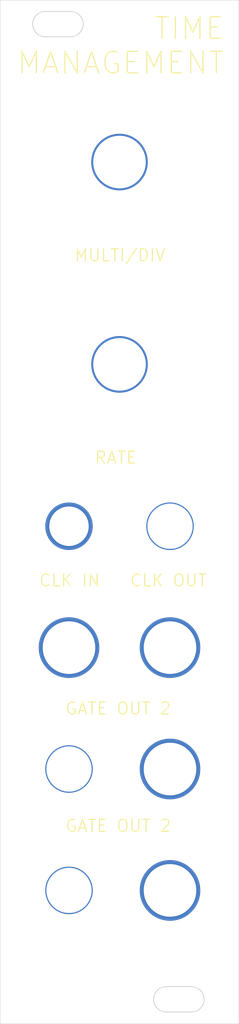
<source format=kicad_pcb>
(kicad_pcb (version 20240108) (generator "pcbnew") (generator_version "8.0")
  (layers (0 "F.Cu" signal) (31 "B.Cu" signal) (34 "B.Paste" user) (35 "F.Paste" user) (36 "B.SilkS" user "B.Silkscreen") (37 "F.SilkS" user "F.Silkscreen") (38 "B.Mask" user) (39 "F.Mask" user) (44 "Edge.Cuts" user))
  (net 0 "")
  (footprint "PCM_4ms_Faceplate:Faceplate_Hole_LED_Button_5.4mm_With_Mask_Opening" (layer "F.Cu") (at 59.69 147.32)
    (property "Reference" "REF**" (hide yes))
    (property "Value" "Faceplate_Hole_LED_Button_5.4mm_With_Mask_Opening" (hide yes))
    (pad "1" thru_hole circle (at 0 0) (size 5.969 5.969) (drill 5.6642) (layers "*.Cu" "*.Mask"))
  )
  (footprint "PCM_4ms_Faceplate:Faceplate_Rail_Mount_Slot" (layer "F.Cu") (at 73.5 176.232081)
    (property "Reference" "REF**" (hide yes))
    (property "Value" "Rail_mount_slot" (hide yes))
    (fp_line (start -1.5875 -1.5875) (end 1.5875 -1.5875) (stroke (width 0.1)) (layer "Edge.Cuts"))
    (fp_line (start -1.5875 1.5875) (end 1.5875 1.5875) (stroke (width 0.1)) (layer "Edge.Cuts"))
    (fp_arc (start -1.5875 1.5875) (mid -3.175 0) (end -1.5875 -1.5875) (stroke (width 0.1)) (layer "Edge.Cuts"))
    (fp_arc (start 1.5875 -1.5875) (mid 3.175 0) (end 1.5875 1.5875) (stroke (width 0.1)) (layer "Edge.Cuts"))
  )
  (footprint "PCM_4ms_Faceplate:Faceplate_Hole_Pot_9mm" (layer "F.Cu") (at 66.04 96.52)
    (property "Reference" "REF**" (hide yes))
    (property "Value" "Faceplate_Hole_Pot_9mm" (hide yes))
    (pad "1" thru_hole circle (at 0 0) (size 7.112 7.112) (drill 6.604) (layers "*.Cu" "*.Mask"))
  )
  (footprint "PCM_4ms_Faceplate:Faceplate_Hole_LED_Button_5.4mm_With_Mask_Opening" (layer "F.Cu") (at 59.69 162.56)
    (property "Reference" "REF**" (hide yes))
    (property "Value" "Faceplate_Hole_LED_Button_5.4mm_With_Mask_Opening" (hide yes))
    (pad "1" thru_hole circle (at 0 0) (size 5.969 5.969) (drill 5.6642) (layers "*.Cu" "*.Mask"))
  )
  (footprint "PCM_4ms_Faceplate:Faceplate_Hole_Jack_3.5mm" (layer "F.Cu") (at 72.39 162.56)
    (property "Reference" "REF**" (hide yes))
    (property "Value" "GND" (hide yes))
    (pad "1" thru_hole circle (at 0 0) (size 7.62 7.62) (drill 6.604) (layers "*.Cu" "*.Mask"))
  )
  (footprint "PCM_4ms_Faceplate:Faceplate_Hole_Jack_3.5mm" (layer "F.Cu") (at 59.69 132.08)
    (property "Reference" "REF**" (hide yes))
    (property "Value" "GND" (hide yes))
    (pad "1" thru_hole circle (at 0 0) (size 7.62 7.62) (drill 6.604) (layers "*.Cu" "*.Mask"))
  )
  (footprint "PCM_4ms_Faceplate:Faceplate_Hole_SubMini_Toggle" (layer "F.Cu") (at 59.69 116.84)
    (property "Reference" "REF**" (hide yes))
    (property "Value" "Faceplate_Hole_SubMini_Toggle" (hide yes))
    (pad "1" thru_hole circle (at 0 0) (size 5.969 5.969) (drill 4.953) (layers "*.Cu" "*.Mask"))
  )
  (footprint "PCM_4ms_Faceplate:Faceplate_Hole_LED_Button_5.4mm_With_Mask_Opening" (layer "F.Cu") (at 72.39 116.84)
    (property "Reference" "REF**" (hide yes))
    (property "Value" "Faceplate_Hole_LED_Button_5.4mm_With_Mask_Opening" (hide yes))
    (pad "1" thru_hole circle (at 0 0) (size 5.969 5.969) (drill 5.6642) (layers "*.Cu" "*.Mask"))
  )
  (footprint "PCM_4ms_Faceplate:Faceplate_Hole_Jack_3.5mm" (layer "F.Cu") (at 72.39 132.08)
    (property "Reference" "REF**" (hide yes))
    (property "Value" "GND" (hide yes))
    (pad "1" thru_hole circle (at 0 0) (size 7.62 7.62) (drill 6.604) (layers "*.Cu" "*.Mask"))
  )
  (footprint "PCM_4ms_Faceplate:Faceplate_Rail_Mount_Slot" (layer "F.Cu") (at 58.3 53.8)
    (property "Reference" "REF**" (hide yes))
    (property "Value" "Rail_mount_slot" (hide yes))
    (fp_line (start -1.5875 -1.5875) (end 1.5875 -1.5875) (stroke (width 0.1)) (layer "Edge.Cuts"))
    (fp_line (start -1.5875 1.5875) (end 1.5875 1.5875) (stroke (width 0.1)) (layer "Edge.Cuts"))
    (fp_arc (start -1.5875 1.5875) (mid -3.175 0) (end -1.5875 -1.5875) (stroke (width 0.1)) (layer "Edge.Cuts"))
    (fp_arc (start 1.5875 -1.5875) (mid 3.175 0) (end 1.5875 1.5875) (stroke (width 0.1)) (layer "Edge.Cuts"))
  )
  (footprint "PCM_4ms_Faceplate:Faceplate_Hole_Jack_3.5mm" (layer "F.Cu") (at 72.39 147.32)
    (property "Reference" "REF**" (hide yes))
    (property "Value" "GND" (hide yes))
    (pad "1" thru_hole circle (at 0 0) (size 7.62 7.62) (drill 6.604) (layers "*.Cu" "*.Mask"))
  )
  (footprint "PCM_4ms_Faceplate:Faceplate_Hole_Pot_9mm" (layer "F.Cu") (at 66.04 71.12)
    (property "Reference" "REF**" (hide yes))
    (property "Value" "Faceplate_Hole_Pot_9mm" (hide yes))
    (pad "1" thru_hole circle (at 0 0) (size 7.112 7.112) (drill 6.604) (layers "*.Cu" "*.Mask"))
  )
  (gr_rect (start 51.04 50.8) (end 81.04 179.3) (stroke (width 0.05)) (fill none) (layer "Edge.Cuts"))
  (gr_text "RATE" (at 62.825 109.101281 0) (layer "F.SilkS") (effects (font (size 1.5 1.5) (thickness 0.15) (bold yes)) (justify left bottom)))
  (gr_text "CLK OUT" (at 67.27 124.519081 0) (layer "F.SilkS") (effects (font (size 1.5 1.5) (thickness 0.15) (bold yes)) (justify left bottom)))
  (gr_text "TIME\nMANAGEMENT" (at 79.335 60.257081 0) (layer "F.SilkS") (effects (font (size 2.7 2.7) (thickness 0.15) (bold yes)) (justify right bottom)))
  (gr_text "GATE OUT 2" (at 59.142 140.597281 0) (layer "F.SilkS") (effects (font (size 1.5 1.5) (thickness 0.15) (bold yes)) (justify left bottom)))
  (gr_text "GATE OUT 2" (at 59.142 155.329281 0) (layer "F.SilkS") (effects (font (size 1.5 1.5) (thickness 0.15) (bold yes)) (justify left bottom)))
  (gr_text "CLK IN" (at 55.84 124.519081 0) (layer "F.SilkS") (effects (font (size 1.5 1.5) (thickness 0.15) (bold yes)) (justify left bottom)))
  (gr_text "MULTI/DIV" (at 60.285 83.701281 0) (layer "F.SilkS") (effects (font (size 1.5 1.5) (thickness 0.15) (bold yes)) (justify left bottom)))
)
</source>
